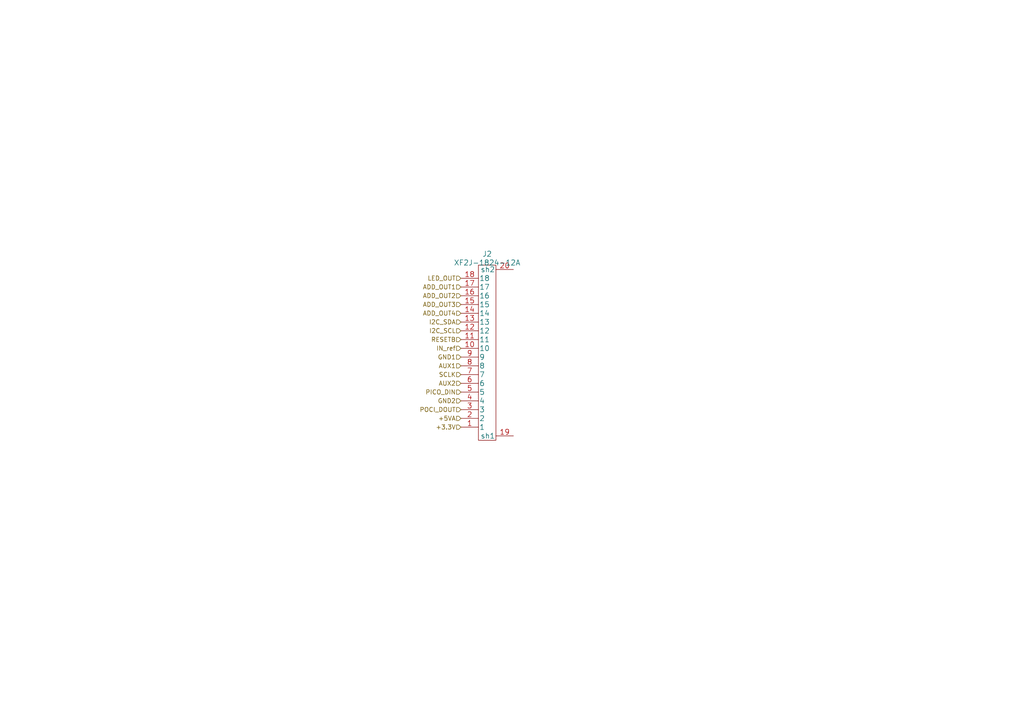
<source format=kicad_sch>
(kicad_sch (version 20230121) (generator eeschema)
  (paper "A4")
  (lib_symbols
    (symbol "00_custom:XF2J-1824-12A" (pin_names (offset 0.254))
      (property "Reference" "J" (at 11.43 -24.13 0))
      (property "Value" "XF2J-1824-12A" (at 20.32 -26.67 0))
      (symbol "XF2J-1824-12A_0_1"
        (rectangle (start 5.08 3.81) (end 10.16 -46.99))
      )
      (symbol "XF2J-1824-12A_1_1"
        (pin unspecified line (at 0 0 0) (length 5.08) (name "1") (number "1"))
        (pin unspecified line (at 0 -22.86 0) (length 5.08) (name "10") (number "10"))
        (pin unspecified line (at 0 -25.4 0) (length 5.08) (name "11") (number "11"))
        (pin unspecified line (at 0 -27.94 0) (length 5.08) (name "12") (number "12"))
        (pin unspecified line (at 0 -30.48 0) (length 5.08) (name "13") (number "13"))
        (pin unspecified line (at 0 -33.02 0) (length 5.08) (name "14") (number "14"))
        (pin unspecified line (at 0 -35.56 0) (length 5.08) (name "15") (number "15"))
        (pin unspecified line (at 0 -38.1 0) (length 5.08) (name "16") (number "16"))
        (pin unspecified line (at 0 -40.64 0) (length 5.08) (name "17") (number "17"))
        (pin unspecified line (at 0 -43.18 0) (length 5.08) (name "18") (number "18"))
        (pin unspecified line (at 15.24 2.54 180) (length 5.08) (name "sh1") (number "19"))
        (pin unspecified line (at 0 -2.54 0) (length 5.08) (name "2") (number "2"))
        (pin unspecified line (at 15.24 -45.72 180) (length 5.08) (name "sh2") (number "20"))
        (pin unspecified line (at 0 -5.08 0) (length 5.08) (name "3") (number "3"))
        (pin unspecified line (at 0 -7.62 0) (length 5.08) (name "4") (number "4"))
        (pin unspecified line (at 0 -10.16 0) (length 5.08) (name "5") (number "5"))
        (pin unspecified line (at 0 -12.7 0) (length 5.08) (name "6") (number "6"))
        (pin unspecified line (at 0 -15.24 0) (length 5.08) (name "7") (number "7"))
        (pin unspecified line (at 0 -17.78 0) (length 5.08) (name "8") (number "8"))
        (pin unspecified line (at 0 -20.32 0) (length 5.08) (name "9") (number "9"))
      )
    )
  )
  (hierarchical_label "+3.3V" (shape input) (at 133.6814 123.8891 180))
  (hierarchical_label "LED_OUT" (shape input) (at 133.6814 80.7091 180))
  (hierarchical_label "RESETB" (shape input) (at 133.6814 98.4891 180))
  (hierarchical_label "SCLK" (shape input) (at 133.6814 108.6491 180))
  (hierarchical_label "+5VA" (shape input) (at 133.6814 121.3491 180))
  (hierarchical_label "ADD_OUT1" (shape input) (at 133.6814 83.2491 180))
  (hierarchical_label "GND1" (shape input) (at 133.6814 103.5691 180))
  (hierarchical_label "ADD_OUT3" (shape input) (at 133.6814 88.3291 180))
  (hierarchical_label "I2C_SCL" (shape input) (at 133.6814 95.9491 180))
  (hierarchical_label "POCI_DOUT" (shape input) (at 133.6814 118.8091 180))
  (hierarchical_label "IN_ref" (shape input) (at 133.6814 101.0291 180))
  (hierarchical_label "PICO_DIN" (shape input) (at 133.6814 113.7291 180))
  (hierarchical_label "AUX1" (shape input) (at 133.6814 106.1091 180))
  (hierarchical_label "GND2" (shape input) (at 133.6814 116.2691 180))
  (hierarchical_label "AUX2" (shape input) (at 133.6814 111.1891 180))
  (hierarchical_label "ADD_OUT2" (shape input) (at 133.6814 85.7891 180))
  (hierarchical_label "ADD_OUT4" (shape input) (at 133.6814 90.8691 180))
  (hierarchical_label "I2C_SDA" (shape input) (at 133.6814 93.4091 180))
  (symbol (lib_id "00_custom:XF2J-1824-12A") (at 133.6814 123.8891 0) (mirror x) (unit 1)
    (property "Reference" "J2" (at 141.3014 73.66 0) (effects (font (size 1.524 1.524))))
    (property "Value" "XF2J-1824-12A" (at 141.3014 76.2 0) (effects (font (size 1.524 1.524))))
    (property "Footprint" "00_custom-footprints:XF2J-1824-12A" (effects hide))
    (instances (project "clvHd_master_pico" (path "" (reference "J2") (unit 1)) (path "" (reference "J1") (unit 1))) (project "ads1293_logic_add" (path "" (reference "J2") (unit 1)) (path "" (reference "J3") (unit 1))) (project "clvHd_master_teensy41" (path "" (reference "J1") (unit 1))) (project "hc32l110" (path "" (reference "J2") (unit 1))))
  )
)
</source>
